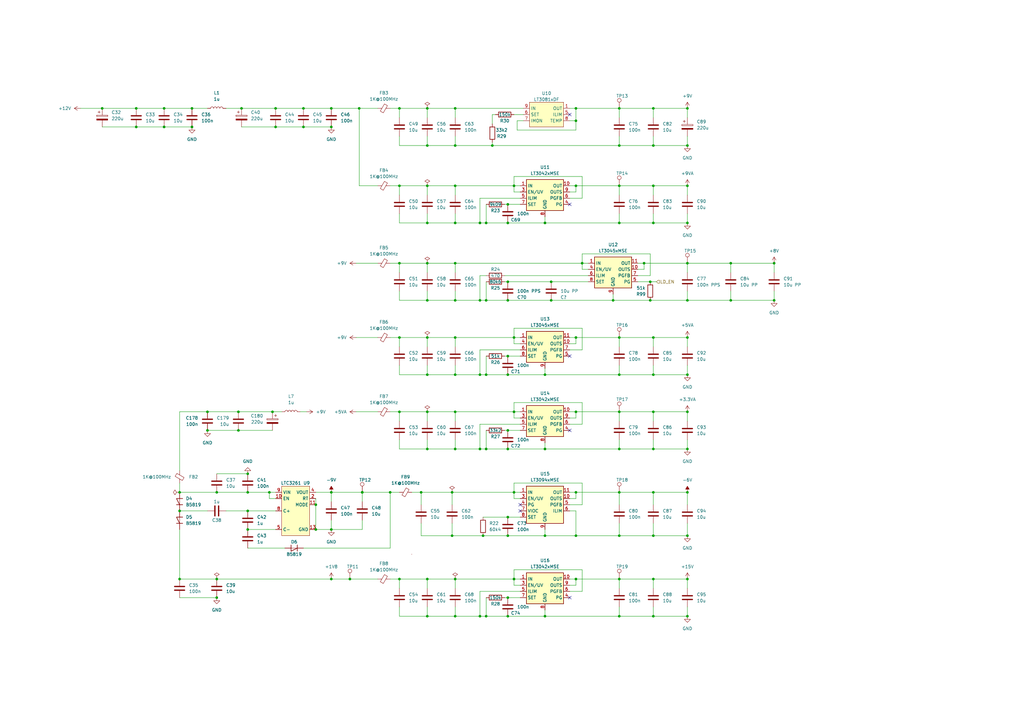
<source format=kicad_sch>
(kicad_sch (version 20211123) (generator eeschema)
  (paper "A3")
  (title_block (title "Kirdy") (date "2022-07-03") (rev "r0.1") (company "M-Labs") (comment 1 "Alex Wong Tat Hang"))
  (junction (at 175.26 237.49))
  (junction (at 223.52 184.15))
  (junction (at 236.22 76.2))
  (junction (at 238.76 107.95))
  (junction (at 210.82 201.93))
  (junction (at 78.74 44.45))
  (junction (at 210.82 76.2))
  (junction (at 236.22 168.91))
  (junction (at 185.42 219.71))
  (junction (at 101.6 217.17))
  (junction (at 254 184.15))
  (junction (at 208.28 245.11))
  (junction (at 185.42 201.93))
  (junction (at 208.28 176.53))
  (junction (at 135.89 217.17))
  (junction (at 147.32 44.45))
  (junction (at 210.82 138.43))
  (junction (at 254 91.44))
  (junction (at 143.51 237.49))
  (junction (at 135.89 237.49))
  (junction (at 266.7 115.57))
  (junction (at 148.556 201.93))
  (junction (at 236.22 49.53))
  (junction (at 208.28 252.73))
  (junction (at 196.85 184.15))
  (junction (at 266.7 123.19))
  (junction (at 88.9 237.49))
  (junction (at 199.39 252.73))
  (junction (at 186.69 138.43))
  (junction (at 208.28 184.15))
  (junction (at 78.74 52.07))
  (junction (at 254 44.45))
  (junction (at 267.97 76.2))
  (junction (at 199.39 153.67))
  (junction (at 254 237.49))
  (junction (at 111.76 168.91))
  (junction (at 163.83 76.2))
  (junction (at 317.5 107.95))
  (junction (at 99.06 44.45))
  (junction (at 67.31 52.07))
  (junction (at 175.26 59.69))
  (junction (at 267.97 201.93))
  (junction (at 113.03 52.07))
  (junction (at 175.26 153.67))
  (junction (at 175.26 91.44))
  (junction (at 41.91 44.45))
  (junction (at 281.94 138.43))
  (junction (at 267.97 138.43))
  (junction (at 175.26 107.95))
  (junction (at 85.09 168.91))
  (junction (at 196.85 91.44))
  (junction (at 199.39 123.19))
  (junction (at 267.97 252.73))
  (junction (at 281.94 237.49))
  (junction (at 186.69 252.73))
  (junction (at 208.28 123.19))
  (junction (at 254 219.71))
  (junction (at 97.79 168.91))
  (junction (at 148.59 201.93))
  (junction (at 223.52 153.67))
  (junction (at 223.52 91.44))
  (junction (at 236.22 44.45))
  (junction (at 101.6 209.55))
  (junction (at 281.94 76.2))
  (junction (at 281.94 201.93))
  (junction (at 281.94 168.91))
  (junction (at 186.69 107.95))
  (junction (at 317.5 123.19))
  (junction (at 281.94 44.45))
  (junction (at 186.69 237.49))
  (junction (at 186.69 184.15))
  (junction (at 163.83 168.91))
  (junction (at 236.22 219.71))
  (junction (at 254 168.91))
  (junction (at 281.94 252.73))
  (junction (at 251.46 123.19))
  (junction (at 186.69 76.2))
  (junction (at 226.06 123.19))
  (junction (at 198.12 219.71))
  (junction (at 281.94 184.15))
  (junction (at 267.97 44.45))
  (junction (at 135.89 201.93))
  (junction (at 186.69 91.44))
  (junction (at 267.97 168.91))
  (junction (at 175.26 168.91))
  (junction (at 281.94 219.71))
  (junction (at 160.02 201.93))
  (junction (at 186.69 59.69))
  (junction (at 208.28 83.82))
  (junction (at 135.89 52.07))
  (junction (at 236.22 201.93))
  (junction (at 113.03 44.45))
  (junction (at 254 153.67))
  (junction (at 254 138.43))
  (junction (at 210.82 168.91))
  (junction (at 281.94 91.44))
  (junction (at 254 59.69))
  (junction (at 267.97 184.15))
  (junction (at 299.72 123.19))
  (junction (at 254 76.2))
  (junction (at 101.6 201.93))
  (junction (at 163.83 138.43))
  (junction (at 186.69 123.19))
  (junction (at 175.26 252.73))
  (junction (at 135.89 44.45))
  (junction (at 196.85 123.19))
  (junction (at 208.28 91.44))
  (junction (at 172.72 201.93))
  (junction (at 208.28 153.67))
  (junction (at 73.66 209.55))
  (junction (at 201.93 59.69))
  (junction (at 267.97 237.49))
  (junction (at 208.28 212.09))
  (junction (at 196.85 252.73))
  (junction (at 124.46 52.07))
  (junction (at 175.26 184.15))
  (junction (at 163.83 107.95))
  (junction (at 186.69 153.67))
  (junction (at 88.9 201.93))
  (junction (at 226.06 115.57))
  (junction (at 254 201.93))
  (junction (at 85.09 176.53))
  (junction (at 110.49 201.93))
  (junction (at 208.28 115.57))
  (junction (at 264.16 107.95))
  (junction (at 267.97 219.71))
  (junction (at 208.28 146.05))
  (junction (at 223.52 252.73))
  (junction (at 73.66 201.93))
  (junction (at 175.26 123.19))
  (junction (at 281.94 59.69))
  (junction (at 97.79 176.53))
  (junction (at 267.97 59.69))
  (junction (at 55.88 52.07))
  (junction (at 236.22 237.49))
  (junction (at 281.94 153.67))
  (junction (at 223.52 219.71))
  (junction (at 208.28 219.71))
  (junction (at 299.72 107.95))
  (junction (at 175.26 76.2))
  (junction (at 175.26 138.43))
  (junction (at 163.83 44.45))
  (junction (at 199.39 184.15))
  (junction (at 101.6 194.31))
  (junction (at 88.9 245.11))
  (junction (at 267.97 91.44))
  (junction (at 281.94 123.19))
  (junction (at 175.26 44.45))
  (junction (at 210.82 237.49))
  (junction (at 254 252.73))
  (junction (at 73.66 237.49))
  (junction (at 163.83 237.49))
  (junction (at 186.69 168.91))
  (junction (at 129.54 207.01))
  (junction (at 67.31 44.45))
  (junction (at 267.97 153.67))
  (junction (at 124.46 44.45))
  (junction (at 55.88 44.45))
  (junction (at 186.69 44.45))
  (junction (at 281.94 107.95))
  (junction (at 129.54 217.17))
  (junction (at 236.22 138.43))
  (junction (at 199.39 91.44))
  (junction (at 196.85 153.67))
  (no_connect (at 233.68 176.53))
  (no_connect (at 233.68 245.11))
  (no_connect (at 233.68 46.99))
  (no_connect (at 213.36 209.55))
  (no_connect (at 213.36 207.01))
  (no_connect (at 233.68 83.82))
  (no_connect (at 233.68 146.05))
  (wire (pts (xy 88.9 201.93) (xy 101.6 201.93)))
  (wire (pts (xy 207.01 176.53) (xy 208.28 176.53)))
  (wire (pts (xy 267.97 214.63) (xy 267.97 219.71)))
  (wire (pts (xy 267.97 153.67) (xy 267.97 149.86)))
  (wire (pts (xy 196.85 81.28) (xy 196.85 91.44)))
  (wire (pts (xy 175.26 241.3) (xy 175.26 237.49)))
  (wire (pts (xy 160.02 237.49) (xy 163.83 237.49)))
  (wire (pts (xy 254 237.49) (xy 254 241.3)))
  (wire (pts (xy 233.68 140.97) (xy 236.22 140.97)))
  (wire (pts (xy 148.59 201.93) (xy 148.59 205.74)))
  (wire (pts (xy 281.94 252.73) (xy 281.94 248.92)))
  (wire (pts (xy 281.94 107.95) (xy 281.94 111.76)))
  (wire (pts (xy 135.89 213.36) (xy 135.89 217.17)))
  (wire (pts (xy 163.83 252.73) (xy 163.83 248.92)))
  (wire (pts (xy 208.28 176.53) (xy 213.36 176.53)))
  (wire (pts (xy 124.46 44.45) (xy 135.89 44.45)))
  (wire (pts (xy 135.89 217.17) (xy 129.54 217.17)))
  (wire (pts (xy 201.93 58.42) (xy 201.93 59.69)))
  (wire (pts (xy 196.85 91.44) (xy 199.39 91.44)))
  (wire (pts (xy 299.72 107.95) (xy 299.72 111.76)))
  (wire (pts (xy 267.97 252.73) (xy 281.94 252.73)))
  (wire (pts (xy 160.02 107.95) (xy 163.83 107.95)))
  (wire (pts (xy 186.69 172.72) (xy 186.69 168.91)))
  (wire (pts (xy 196.85 113.03) (xy 199.39 113.03)))
  (wire (pts (xy 236.22 219.71) (xy 223.52 219.71)))
  (wire (pts (xy 175.26 123.19) (xy 186.69 123.19)))
  (wire (pts (xy 175.26 252.73) (xy 175.26 248.92)))
  (wire (pts (xy 186.69 123.19) (xy 196.85 123.19)))
  (wire (pts (xy 185.42 219.71) (xy 198.12 219.71)))
  (wire (pts (xy 201.93 50.8) (xy 201.93 46.99)))
  (wire (pts (xy 267.97 153.67) (xy 281.94 153.67)))
  (wire (pts (xy 85.09 176.53) (xy 97.79 176.53)))
  (wire (pts (xy 207.01 115.57) (xy 208.28 115.57)))
  (wire (pts (xy 175.26 123.19) (xy 175.26 119.38)))
  (wire (pts (xy 210.82 76.2) (xy 213.36 76.2)))
  (wire (pts (xy 85.09 168.91) (xy 97.79 168.91)))
  (wire (pts (xy 163.83 59.69) (xy 175.26 59.69)))
  (wire (pts (xy 210.82 237.49) (xy 213.36 237.49)))
  (wire (pts (xy 254 219.71) (xy 254 214.63)))
  (wire (pts (xy 199.39 184.15) (xy 208.28 184.15)))
  (wire (pts (xy 129.54 201.93) (xy 135.89 201.93)))
  (wire (pts (xy 175.26 142.24) (xy 175.26 138.43)))
  (wire (pts (xy 199.39 252.73) (xy 208.28 252.73)))
  (wire (pts (xy 186.69 80.01) (xy 186.69 76.2)))
  (wire (pts (xy 199.39 245.11) (xy 199.39 252.73)))
  (wire (pts (xy 172.72 214.63) (xy 172.72 219.71)))
  (wire (pts (xy 92.71 209.55) (xy 101.6 209.55)))
  (wire (pts (xy 186.69 107.95) (xy 238.76 107.95)))
  (wire (pts (xy 208.28 184.15) (xy 223.52 184.15)))
  (wire (pts (xy 175.26 184.15) (xy 186.69 184.15)))
  (wire (pts (xy 208.28 91.44) (xy 223.52 91.44)))
  (wire (pts (xy 213.36 204.47) (xy 210.82 204.47)))
  (wire (pts (xy 135.89 44.45) (xy 147.32 44.45)))
  (wire (pts (xy 254 219.71) (xy 267.97 219.71)))
  (wire (pts (xy 208.28 115.57) (xy 226.06 115.57)))
  (wire (pts (xy 163.83 252.73) (xy 175.26 252.73)))
  (wire (pts (xy 185.42 201.93) (xy 210.82 201.93)))
  (wire (pts (xy 186.69 168.91) (xy 210.82 168.91)))
  (wire (pts (xy 199.39 115.57) (xy 199.39 123.19)))
  (wire (pts (xy 175.26 76.2) (xy 186.69 76.2)))
  (wire (pts (xy 186.69 91.44) (xy 186.69 87.63)))
  (wire (pts (xy 226.06 123.19) (xy 251.46 123.19)))
  (wire (pts (xy 199.39 146.05) (xy 199.39 153.67)))
  (wire (pts (xy 254 153.67) (xy 254 149.86)))
  (wire (pts (xy 238.76 134.62) (xy 210.82 134.62)))
  (wire (pts (xy 199.39 153.67) (xy 208.28 153.67)))
  (wire (pts (xy 172.72 219.71) (xy 185.42 219.71)))
  (wire (pts (xy 223.52 91.44) (xy 254 91.44)))
  (wire (pts (xy 236.22 240.03) (xy 236.22 237.49)))
  (wire (pts (xy 101.6 224.79) (xy 116.84 224.79)))
  (wire (pts (xy 198.12 219.71) (xy 208.28 219.71)))
  (wire (pts (xy 254 184.15) (xy 254 180.34)))
  (wire (pts (xy 210.82 140.97) (xy 210.82 138.43)))
  (wire (pts (xy 55.88 52.07) (xy 67.31 52.07)))
  (wire (pts (xy 196.85 81.28) (xy 213.36 81.28)))
  (wire (pts (xy 148.556 201.93) (xy 148.59 201.93)))
  (wire (pts (xy 267.97 59.69) (xy 254 59.69)))
  (wire (pts (xy 212.09 49.53) (xy 214.63 49.53)))
  (wire (pts (xy 241.3 110.49) (xy 238.76 110.49)))
  (wire (pts (xy 281.94 107.95) (xy 299.72 107.95)))
  (wire (pts (xy 267.97 91.44) (xy 267.97 87.63)))
  (wire (pts (xy 223.52 250.19) (xy 223.52 252.73)))
  (wire (pts (xy 281.94 123.19) (xy 281.94 119.38)))
  (wire (pts (xy 254 201.93) (xy 267.97 201.93)))
  (wire (pts (xy 186.69 44.45) (xy 214.63 44.45)))
  (wire (pts (xy 196.85 173.99) (xy 213.36 173.99)))
  (wire (pts (xy 175.26 184.15) (xy 175.26 180.34)))
  (wire (pts (xy 261.62 113.03) (xy 266.7 113.03)))
  (wire (pts (xy 238.76 107.95) (xy 241.3 107.95)))
  (wire (pts (xy 186.69 241.3) (xy 186.69 237.49)))
  (wire (pts (xy 254 237.49) (xy 267.97 237.49)))
  (wire (pts (xy 146.05 168.91) (xy 154.94 168.91)))
  (wire (pts (xy 236.22 237.49) (xy 254 237.49)))
  (wire (pts (xy 210.82 201.93) (xy 213.36 201.93)))
  (wire (pts (xy 236.22 44.45) (xy 236.22 49.53)))
  (wire (pts (xy 207.01 245.11) (xy 208.28 245.11)))
  (wire (pts (xy 210.82 78.74) (xy 210.82 76.2)))
  (wire (pts (xy 196.85 252.73) (xy 199.39 252.73)))
  (wire (pts (xy 186.69 153.67) (xy 196.85 153.67)))
  (wire (pts (xy 236.22 219.71) (xy 254 219.71)))
  (wire (pts (xy 210.82 138.43) (xy 213.36 138.43)))
  (wire (pts (xy 73.66 198.12) (xy 73.66 201.93)))
  (wire (pts (xy 238.76 173.99) (xy 238.76 165.1)))
  (wire (pts (xy 175.26 172.72) (xy 175.26 168.91)))
  (wire (pts (xy 113.03 52.07) (xy 124.46 52.07)))
  (wire (pts (xy 73.66 237.49) (xy 73.66 217.17)))
  (wire (pts (xy 238.76 165.1) (xy 210.82 165.1)))
  (wire (pts (xy 208.28 123.19) (xy 226.06 123.19)))
  (wire (pts (xy 113.03 44.45) (xy 124.46 44.45)))
  (wire (pts (xy 281.94 76.2) (xy 281.94 80.01)))
  (wire (pts (xy 163.83 172.72) (xy 163.83 168.91)))
  (wire (pts (xy 281.94 184.15) (xy 281.94 180.34)))
  (wire (pts (xy 201.93 46.99) (xy 203.2 46.99)))
  (wire (pts (xy 266.7 104.14) (xy 238.76 104.14)))
  (wire (pts (xy 210.82 240.03) (xy 210.82 237.49)))
  (wire (pts (xy 281.94 168.91) (xy 281.94 172.72)))
  (wire (pts (xy 163.83 107.95) (xy 175.26 107.95)))
  (wire (pts (xy 233.68 143.51) (xy 238.76 143.51)))
  (wire (pts (xy 261.62 115.57) (xy 266.7 115.57)))
  (wire (pts (xy 254 48.26) (xy 254 44.45)))
  (wire (pts (xy 196.85 113.03) (xy 196.85 123.19)))
  (wire (pts (xy 236.22 201.93) (xy 254 201.93)))
  (wire (pts (xy 73.66 237.49) (xy 88.9 237.49)))
  (wire (pts (xy 175.26 168.91) (xy 186.69 168.91)))
  (wire (pts (xy 233.68 240.03) (xy 236.22 240.03)))
  (wire (pts (xy 201.93 59.69) (xy 254 59.69)))
  (wire (pts (xy 175.26 44.45) (xy 186.69 44.45)))
  (wire (pts (xy 160.02 44.45) (xy 163.83 44.45)))
  (wire (pts (xy 124.46 52.07) (xy 135.89 52.07)))
  (wire (pts (xy 236.22 138.43) (xy 254 138.43)))
  (wire (pts (xy 110.49 201.93) (xy 113.03 201.93)))
  (wire (pts (xy 233.68 173.99) (xy 238.76 173.99)))
  (wire (pts (xy 210.82 134.62) (xy 210.82 138.43)))
  (wire (pts (xy 267.97 76.2) (xy 267.97 80.01)))
  (wire (pts (xy 267.97 138.43) (xy 281.94 138.43)))
  (wire (pts (xy 254 44.45) (xy 267.97 44.45)))
  (wire (pts (xy 254 91.44) (xy 267.97 91.44)))
  (wire (pts (xy 299.72 123.19) (xy 299.72 119.38)))
  (wire (pts (xy 266.7 113.03) (xy 266.7 104.14)))
  (wire (pts (xy 223.52 151.13) (xy 223.52 153.67)))
  (wire (pts (xy 233.68 138.43) (xy 236.22 138.43)))
  (wire (pts (xy 163.83 59.69) (xy 163.83 55.88)))
  (wire (pts (xy 233.68 81.28) (xy 238.76 81.28)))
  (wire (pts (xy 196.85 153.67) (xy 199.39 153.67)))
  (wire (pts (xy 163.83 123.19) (xy 175.26 123.19)))
  (wire (pts (xy 223.52 181.61) (xy 223.52 184.15)))
  (wire (pts (xy 113.03 204.47) (xy 110.49 204.47)))
  (wire (pts (xy 73.66 245.11) (xy 88.9 245.11)))
  (wire (pts (xy 186.69 59.69) (xy 201.93 59.69)))
  (wire (pts (xy 135.89 237.49) (xy 143.51 237.49)))
  (wire (pts (xy 186.69 153.67) (xy 186.69 149.86)))
  (wire (pts (xy 186.69 123.19) (xy 186.69 119.38)))
  (wire (pts (xy 233.68 76.2) (xy 236.22 76.2)))
  (wire (pts (xy 185.42 214.63) (xy 185.42 219.71)))
  (wire (pts (xy 208.28 252.73) (xy 223.52 252.73)))
  (wire (pts (xy 175.26 252.73) (xy 186.69 252.73)))
  (wire (pts (xy 168.91 201.93) (xy 172.72 201.93)))
  (wire (pts (xy 186.69 48.26) (xy 186.69 44.45)))
  (wire (pts (xy 135.89 201.93) (xy 148.556 201.93)))
  (wire (pts (xy 115.57 168.91) (xy 111.76 168.91)))
  (wire (pts (xy 123.19 168.91) (xy 125.73 168.91)))
  (wire (pts (xy 267.97 44.45) (xy 281.94 44.45)))
  (wire (pts (xy 199.39 176.53) (xy 199.39 184.15)))
  (wire (pts (xy 254 168.91) (xy 254 172.72)))
  (wire (pts (xy 254 201.93) (xy 254 207.01)))
  (wire (pts (xy 185.42 201.93) (xy 185.42 207.01)))
  (wire (pts (xy 135.89 201.93) (xy 135.89 205.74)))
  (wire (pts (xy 213.36 78.74) (xy 210.82 78.74)))
  (wire (pts (xy 267.97 48.26) (xy 267.97 44.45)))
  (wire (pts (xy 163.83 237.49) (xy 175.26 237.49)))
  (wire (pts (xy 196.85 143.51) (xy 213.36 143.51)))
  (wire (pts (xy 186.69 252.73) (xy 186.69 248.92)))
  (wire (pts (xy 175.26 153.67) (xy 175.26 149.86)))
  (wire (pts (xy 233.68 168.91) (xy 236.22 168.91)))
  (wire (pts (xy 212.09 49.53) (xy 212.09 53.34)))
  (wire (pts (xy 186.69 138.43) (xy 210.82 138.43)))
  (wire (pts (xy 266.7 115.57) (xy 269.24 115.57)))
  (wire (pts (xy 236.22 49.53) (xy 233.68 49.53)))
  (wire (pts (xy 281.94 123.19) (xy 299.72 123.19)))
  (wire (pts (xy 233.68 171.45) (xy 236.22 171.45)))
  (wire (pts (xy 254 91.44) (xy 254 87.63)))
  (wire (pts (xy 238.76 81.28) (xy 238.76 72.39)))
  (wire (pts (xy 213.36 240.03) (xy 210.82 240.03)))
  (wire (pts (xy 236.22 209.55) (xy 236.22 219.71)))
  (wire (pts (xy 163.83 80.01) (xy 163.83 76.2)))
  (wire (pts (xy 251.46 123.19) (xy 266.7 123.19)))
  (wire (pts (xy 254 153.67) (xy 267.97 153.67)))
  (wire (pts (xy 101.6 217.17) (xy 113.03 217.17)))
  (wire (pts (xy 163.83 241.3) (xy 163.83 237.49)))
  (wire (pts (xy 233.68 242.57) (xy 238.76 242.57)))
  (wire (pts (xy 236.22 168.91) (xy 254 168.91)))
  (wire (pts (xy 223.52 219.71) (xy 223.52 217.17)))
  (wire (pts (xy 160.02 224.79) (xy 160.02 201.93)))
  (wire (pts (xy 163.83 48.26) (xy 163.83 44.45)))
  (wire (pts (xy 236.22 53.34) (xy 236.22 49.53)))
  (wire (pts (xy 78.74 44.45) (xy 85.09 44.45)))
  (wire (pts (xy 267.97 201.93) (xy 281.94 201.93)))
  (wire (pts (xy 148.59 217.17) (xy 135.89 217.17)))
  (wire (pts (xy 92.71 44.45) (xy 99.06 44.45)))
  (wire (pts (xy 281.94 44.45) (xy 281.94 48.26)))
  (wire (pts (xy 175.26 48.26) (xy 175.26 44.45)))
  (wire (pts (xy 163.83 153.67) (xy 175.26 153.67)))
  (wire (pts (xy 175.26 153.67) (xy 186.69 153.67)))
  (wire (pts (xy 160.02 201.93) (xy 163.83 201.93)))
  (wire (pts (xy 267.97 237.49) (xy 281.94 237.49)))
  (wire (pts (xy 175.26 111.76) (xy 175.26 107.95)))
  (wire (pts (xy 110.49 204.47) (xy 110.49 201.93)))
  (wire (pts (xy 175.26 59.69) (xy 175.26 55.88)))
  (wire (pts (xy 210.82 168.91) (xy 213.36 168.91)))
  (wire (pts (xy 267.97 201.93) (xy 267.97 207.01)))
  (wire (pts (xy 198.12 212.09) (xy 208.28 212.09)))
  (wire (pts (xy 254 252.73) (xy 254 248.92)))
  (wire (pts (xy 233.68 78.74) (xy 236.22 78.74)))
  (wire (pts (xy 172.72 201.93) (xy 172.72 207.01)))
  (wire (pts (xy 238.76 110.49) (xy 238.76 107.95)))
  (wire (pts (xy 33.02 44.45) (xy 41.91 44.45)))
  (wire (pts (xy 238.76 72.39) (xy 210.82 72.39)))
  (wire (pts (xy 199.39 123.19) (xy 208.28 123.19)))
  (wire (pts (xy 254 252.73) (xy 267.97 252.73)))
  (wire (pts (xy 264.16 107.95) (xy 281.94 107.95)))
  (wire (pts (xy 236.22 140.97) (xy 236.22 138.43)))
  (wire (pts (xy 129.54 207.01) (xy 129.54 217.17)))
  (wire (pts (xy 267.97 252.73) (xy 267.97 248.92)))
  (wire (pts (xy 261.62 110.49) (xy 264.16 110.49)))
  (wire (pts (xy 41.91 44.45) (xy 55.88 44.45)))
  (wire (pts (xy 186.69 59.69) (xy 186.69 55.88)))
  (wire (pts (xy 163.83 76.2) (xy 175.26 76.2)))
  (wire (pts (xy 154.94 76.2) (xy 147.32 76.2)))
  (wire (pts (xy 254 55.88) (xy 254 59.69)))
  (wire (pts (xy 163.83 153.67) (xy 163.83 149.86)))
  (wire (pts (xy 299.72 123.19) (xy 317.5 123.19)))
  (wire (pts (xy 175.26 107.95) (xy 186.69 107.95)))
  (wire (pts (xy 196.85 242.57) (xy 196.85 252.73)))
  (wire (pts (xy 267.97 91.44) (xy 281.94 91.44)))
  (wire (pts (xy 73.66 209.55) (xy 85.09 209.55)))
  (wire (pts (xy 186.69 237.49) (xy 210.82 237.49)))
  (wire (pts (xy 101.6 201.93) (xy 110.49 201.93)))
  (wire (pts (xy 99.06 44.45) (xy 113.03 44.45)))
  (wire (pts (xy 186.69 184.15) (xy 186.69 180.34)))
  (wire (pts (xy 264.16 110.49) (xy 264.16 107.95)))
  (wire (pts (xy 73.66 168.91) (xy 73.66 193.04)))
  (wire (pts (xy 210.82 46.99) (xy 214.63 46.99)))
  (wire (pts (xy 147.32 44.45) (xy 147.32 76.2)))
  (wire (pts (xy 146.05 107.95) (xy 154.94 107.95)))
  (wire (pts (xy 175.26 91.44) (xy 186.69 91.44)))
  (wire (pts (xy 261.62 107.95) (xy 264.16 107.95)))
  (wire (pts (xy 210.82 72.39) (xy 210.82 76.2)))
  (wire (pts (xy 254 76.2) (xy 267.97 76.2)))
  (wire (pts (xy 233.68 237.49) (xy 236.22 237.49)))
  (wire (pts (xy 196.85 123.19) (xy 199.39 123.19)))
  (wire (pts (xy 238.76 198.12) (xy 210.82 198.12)))
  (wire (pts (xy 233.68 44.45) (xy 236.22 44.45)))
  (wire (pts (xy 146.05 138.43) (xy 154.94 138.43)))
  (wire (pts (xy 196.85 143.51) (xy 196.85 153.67)))
  (wire (pts (xy 281.94 91.44) (xy 281.94 87.63)))
  (wire (pts (xy 41.91 52.07) (xy 55.88 52.07)))
  (wire (pts (xy 196.85 173.99) (xy 196.85 184.15)))
  (wire (pts (xy 281.94 138.43) (xy 281.94 142.24)))
  (wire (pts (xy 281.94 153.67) (xy 281.94 149.86)))
  (wire (pts (xy 233.68 204.47) (xy 236.22 204.47)))
  (wire (pts (xy 143.51 237.49) (xy 154.94 237.49)))
  (wire (pts (xy 199.39 91.44) (xy 208.28 91.44)))
  (wire (pts (xy 238.76 207.01) (xy 238.76 198.12)))
  (wire (pts (xy 163.83 168.91) (xy 175.26 168.91)))
  (wire (pts (xy 236.22 78.74) (xy 236.22 76.2)))
  (wire (pts (xy 207.01 146.05) (xy 208.28 146.05)))
  (wire (pts (xy 196.85 184.15) (xy 199.39 184.15)))
  (wire (pts (xy 212.09 53.34) (xy 236.22 53.34)))
  (wire (pts (xy 196.85 242.57) (xy 213.36 242.57)))
  (wire (pts (xy 208.28 153.67) (xy 223.52 153.67)))
  (wire (pts (xy 210.82 171.45) (xy 210.82 168.91)))
  (wire (pts (xy 186.69 76.2) (xy 210.82 76.2)))
  (wire (pts (xy 210.82 198.12) (xy 210.82 201.93)))
  (wire (pts (xy 147.32 44.45) (xy 154.94 44.45)))
  (wire (pts (xy 213.36 140.97) (xy 210.82 140.97)))
  (wire (pts (xy 238.76 242.57) (xy 238.76 233.68)))
  (wire (pts (xy 88.9 194.31) (xy 101.6 194.31)))
  (wire (pts (xy 317.5 123.19) (xy 317.5 119.38)))
  (wire (pts (xy 267.97 168.91) (xy 267.97 172.72)))
  (wire (pts (xy 267.97 76.2) (xy 281.94 76.2)))
  (wire (pts (xy 186.69 142.24) (xy 186.69 138.43)))
  (wire (pts (xy 281.94 55.88) (xy 281.94 59.69)))
  (wire (pts (xy 67.31 52.07) (xy 78.74 52.07)))
  (wire (pts (xy 210.82 204.47) (xy 210.82 201.93)))
  (wire (pts (xy 238.76 233.68) (xy 210.82 233.68)))
  (wire (pts (xy 254 138.43) (xy 267.97 138.43)))
  (wire (pts (xy 251.46 120.65) (xy 251.46 123.19)))
  (wire (pts (xy 267.97 219.71) (xy 281.94 219.71)))
  (wire (pts (xy 208.28 245.11) (xy 213.36 245.11)))
  (wire (pts (xy 223.52 88.9) (xy 223.52 91.44)))
  (wire (pts (xy 73.66 168.91) (xy 85.09 168.91)))
  (wire (pts (xy 267.97 237.49) (xy 267.97 241.3)))
  (wire (pts (xy 254 184.15) (xy 267.97 184.15)))
  (wire (pts (xy 236.22 171.45) (xy 236.22 168.91)))
  (wire (pts (xy 210.82 233.68) (xy 210.82 237.49)))
  (wire (pts (xy 163.83 111.76) (xy 163.83 107.95)))
  (wire (pts (xy 55.88 44.45) (xy 67.31 44.45)))
  (wire (pts (xy 199.39 83.82) (xy 199.39 91.44)))
  (wire (pts (xy 160.02 168.91) (xy 163.83 168.91)))
  (wire (pts (xy 124.46 224.79) (xy 160.02 224.79)))
  (wire (pts (xy 254 138.43) (xy 254 142.24)))
  (wire (pts (xy 208.28 212.09) (xy 213.36 212.09)))
  (wire (pts (xy 210.82 165.1) (xy 210.82 168.91)))
  (wire (pts (xy 299.72 107.95) (xy 317.5 107.95)))
  (wire (pts (xy 160.02 76.2) (xy 163.83 76.2)))
  (wire (pts (xy 226.06 115.57) (xy 241.3 115.57)))
  (wire (pts (xy 163.83 123.19) (xy 163.83 119.38)))
  (wire (pts (xy 67.31 44.45) (xy 78.74 44.45)))
  (wire (pts (xy 175.26 59.69) (xy 186.69 59.69)))
  (wire (pts (xy 163.83 184.15) (xy 175.26 184.15)))
  (wire (pts (xy 208.28 146.05) (xy 213.36 146.05)))
  (wire (pts (xy 175.26 237.49) (xy 186.69 237.49)))
  (wire (pts (xy 254 168.91) (xy 267.97 168.91)))
  (wire (pts (xy 111.76 168.91) (xy 97.79 168.91)))
  (wire (pts (xy 186.69 111.76) (xy 186.69 107.95)))
  (wire (pts (xy 160.02 201.93) (xy 148.59 201.93)))
  (wire (pts (xy 172.72 201.93) (xy 185.42 201.93)))
  (wire (pts (xy 175.26 91.44) (xy 175.26 87.63)))
  (wire (pts (xy 281.94 201.93) (xy 281.94 207.01)))
  (wire (pts (xy 99.06 52.07) (xy 113.03 52.07)))
  (wire (pts (xy 101.6 209.55) (xy 113.03 209.55)))
  (wire (pts (xy 223.52 153.67) (xy 254 153.67)))
  (wire (pts (xy 238.76 143.51) (xy 238.76 134.62)))
  (wire (pts (xy 73.66 201.93) (xy 88.9 201.93)))
  (wire (pts (xy 175.26 138.43) (xy 186.69 138.43)))
  (wire (pts (xy 267.97 168.91) (xy 281.94 168.91)))
  (wire (pts (xy 233.68 207.01) (xy 238.76 207.01)))
  (wire (pts (xy 163.83 91.44) (xy 175.26 91.44)))
  (wire (pts (xy 236.22 76.2) (xy 254 76.2)))
  (wire (pts (xy 236.22 204.47) (xy 236.22 201.93)))
  (wire (pts (xy 236.22 44.45) (xy 254 44.45)))
  (wire (pts (xy 160.02 138.43) (xy 163.83 138.43)))
  (wire (pts (xy 208.28 219.71) (xy 223.52 219.71)))
  (wire (pts (xy 236.22 209.55) (xy 233.68 209.55)))
  (wire (pts (xy 111.76 176.53) (xy 97.79 176.53)))
  (wire (pts (xy 186.69 184.15) (xy 196.85 184.15)))
  (wire (pts (xy 267.97 184.15) (xy 267.97 180.34)))
  (wire (pts (xy 207.01 83.82) (xy 208.28 83.82)))
  (wire (pts (xy 267.97 138.43) (xy 267.97 142.24)))
  (wire (pts (xy 213.36 171.45) (xy 210.82 171.45)))
  (wire (pts (xy 233.68 201.93) (xy 236.22 201.93)))
  (wire (pts (xy 254 76.2) (xy 254 80.01)))
  (wire (pts (xy 266.7 123.19) (xy 281.94 123.19)))
  (wire (pts (xy 163.83 44.45) (xy 175.26 44.45)))
  (wire (pts (xy 223.52 184.15) (xy 254 184.15)))
  (wire (pts (xy 163.83 138.43) (xy 175.26 138.43)))
  (wire (pts (xy 208.28 83.82) (xy 213.36 83.82)))
  (wire (pts (xy 186.69 91.44) (xy 196.85 91.44)))
  (wire (pts (xy 163.83 91.44) (xy 163.83 87.63)))
  (wire (pts (xy 317.5 107.95) (xy 317.5 111.76)))
  (wire (pts (xy 281.94 237.49) (xy 281.94 241.3)))
  (wire (pts (xy 148.59 213.36) (xy 148.59 217.17)))
  (wire (pts (xy 267.97 55.88) (xy 267.97 59.69)))
  (wire (pts (xy 129.54 204.47) (xy 129.54 207.01)))
  (wire (pts (xy 267.97 59.69) (xy 281.94 59.69)))
  (wire (pts (xy 223.52 252.73) (xy 254 252.73)))
  (wire (pts (xy 186.69 252.73) (xy 196.85 252.73)))
  (wire (pts (xy 267.97 184.15) (xy 281.94 184.15)))
  (wire (pts (xy 238.76 104.14) (xy 238.76 107.95)))
  (wire (pts (xy 281.94 214.63) (xy 281.94 219.71)))
  (wire (pts (xy 175.26 80.01) (xy 175.26 76.2)))
  (wire (pts (xy 163.83 184.15) (xy 163.83 180.34)))
  (wire (pts (xy 88.9 237.49) (xy 135.89 237.49)))
  (wire (pts (xy 207.01 113.03) (xy 241.3 113.03)))
  (wire (pts (xy 163.83 142.24) (xy 163.83 138.43)))
  (hierarchical_label "LD_EN" (shape input) (at 269.24 115.57 0))
  (symbol (lib_id "Device:R") (at 198.12 215.9 0) (unit 1)
    (property "Reference" "R22" (at 200.66 214.6299 0) (effects (justify left)))
    (property "Value" "60k4" (at 200.66 217.1699 0) (effects (justify left)))
    (property "Footprint" "Resistor_SMD:R_0603_1608Metric" (effects hide))
    (property "MFR_PN" "RT0603FRE0760K4L" (effects hide))
    (property "MFR_PN_ALT" "RC0603FR-0760K4L" (effects hide))
  )
  (symbol (lib_id "Device:C") (at 85.09 172.72 0) (mirror y) (unit 1)
    (property "Reference" "C178" (at 81.28 171.4499 0) (effects (justify left)))
    (property "Value" "100n" (at 81.28 173.9899 0) (effects (justify left)))
    (property "Footprint" "Capacitor_SMD:C_0603_1608Metric" (effects hide))
    (property "MFR_PN" "CL10B104KB8NNWC" (effects hide))
    (property "MFR_PN_ALT" "CL10B104KB8NNNL" (effects hide))
  )
  (symbol (lib_id "Device:C") (at 254 83.82 0) (unit 1)
    (property "Reference" "C76" (at 257.81 82.5499 0) (effects (justify left)))
    (property "Value" "100n" (at 257.81 85.0899 0) (effects (justify left)))
    (property "Footprint" "Capacitor_SMD:C_0603_1608Metric" (effects hide))
    (property "MFR_PN" "CL10B104KB8NNWC" (effects hide))
    (property "MFR_PN_ALT" "CL10B104KB8NNNL" (effects hide))
  )
  (symbol (lib_id "power:+5VA") (at 281.94 138.43 0) (unit 1)
    (property "Reference" "#PWR074" (effects hide))
    (property "Value" "+5VA" (at 281.94 133.35 0))
  )
  (symbol (lib_id "Device:C") (at 101.6 213.36 0) (unit 1)
    (property "Reference" "C42" (at 105.41 212.0899 0) (effects (justify left)))
    (property "Value" "1u" (at 105.41 214.6299 0) (effects (justify left)))
    (property "Footprint" "Capacitor_SMD:C_0603_1608Metric" (effects hide))
    (property "MFR_PN" "CL10B105KA8NNNC" (effects hide))
    (property "MFR_PN_ALT" "CGA3E1X7R1E105K080AC" (effects hide))
  )
  (symbol (lib_id "power:PWR_FLAG") (at 175.26 76.2 0) (unit 1)
    (property "Reference" "#FLG0106" (effects hide))
    (property "Value" "PWR_FLAG" (effects hide))
  )
  (symbol (lib_id "Device:C") (at 148.59 209.55 0) (unit 1)
    (property "Reference" "C48" (at 152.4 208.2799 0) (effects (justify left)))
    (property "Value" "10u" (at 152.4 210.8199 0) (effects (justify left)))
    (property "Footprint" "Capacitor_SMD:C_0805_2012Metric" (effects hide))
    (property "MFR_PN" "CL21B106KOQNNNG" (effects hide))
    (property "MFR_PN_ALT" "CL21B106KOQNNNE" (effects hide))
  )
  (symbol (lib_id "Device:R") (at 203.2 83.82 90) (unit 1)
    (property "Reference" "R23" (at 203.2 86.36 90))
    (property "Value" "9k09" (at 203.2 83.82 90))
    (property "Footprint" "Resistor_SMD:R_0603_1608Metric" (effects hide))
    (property "MFR_PN" "CR0603-FX-9091ELF" (effects hide))
    (property "MFR_PN_ALT" "RK73H1JTTD9091F" (effects hide))
  )
  (symbol (lib_id "Device:R") (at 203.2 245.11 90) (unit 1)
    (property "Reference" "R28" (at 203.2 247.65 90))
    (property "Value" "150k" (at 203.2 245.11 90))
    (property "Footprint" "Resistor_SMD:R_0603_1608Metric" (effects hide))
    (property "MFR_PN" "CRGCQ0603F150K" (effects hide))
    (property "MFR_PN_ALT" "RMCF0603FG150K" (effects hide))
  )
  (symbol (lib_id "Device:C") (at 281.94 210.82 0) (unit 1)
    (property "Reference" "C94" (at 285.75 209.5499 0) (effects (justify left)))
    (property "Value" "10u" (at 285.75 212.0899 0) (effects (justify left)))
    (property "Footprint" "Capacitor_SMD:C_0805_2012Metric" (effects hide))
    (property "MFR_PN" "CL21B106KOQNNNG" (effects hide))
    (property "MFR_PN_ALT" "CL21B106KOQNNNE" (effects hide))
  )
  (symbol (lib_id "Device:C") (at 186.69 83.82 0) (unit 1)
    (property "Reference" "C64" (at 190.5 82.5499 0) (effects (justify left)))
    (property "Value" "100n" (at 190.5 85.0899 0) (effects (justify left)))
    (property "Footprint" "Capacitor_SMD:C_0603_1608Metric" (effects hide))
    (property "MFR_PN" "CL10B104KB8NNWC" (effects hide))
    (property "MFR_PN_ALT" "CL10B104KB8NNNL" (effects hide))
  )
  (symbol (lib_id "Device:C") (at 113.03 48.26 0) (unit 1)
    (property "Reference" "C44" (at 116.84 46.9899 0) (effects (justify left)))
    (property "Value" "10u" (at 116.84 49.5299 0) (effects (justify left)))
    (property "Footprint" "Capacitor_SMD:C_0805_2012Metric" (effects hide))
    (property "MFR_PN" "CL21B106KOQNNNG" (effects hide))
    (property "MFR_PN_ALT" "CL21B106KOQNNNE" (effects hide))
  )
  (symbol (lib_id "power:PWR_FLAG") (at 175.26 107.95 0) (unit 1)
    (property "Reference" "#FLG0108" (effects hide))
    (property "Value" "PWR_FLAG" (effects hide))
  )
  (symbol (lib_id "Device:R") (at 266.7 119.38 180) (unit 1)
    (property "Reference" "R99" (at 262.89 120.65 0))
    (property "Value" "51k" (at 262.89 118.11 0))
    (property "Footprint" "Resistor_SMD:R_0603_1608Metric" (effects hide))
    (property "MFR_PN" "RMCF0603FT51K0" (effects hide))
    (property "MFR_PN_ALT" "CR0603-FX-5102ELF" (effects hide))
  )
  (symbol (lib_id "Device:FerriteBead_Small") (at 73.66 195.58 180) (unit 1)
    (property "Reference" "FB2" (at 77.47 195.58 0) (effects (justify right)))
    (property "Value" "1K@100MHz" (at 58.42 195.58 0) (effects (justify right)))
    (property "Footprint" "Inductor_SMD:L_1210_3225Metric" (effects hide))
    (property "MFR_PN" "FBMH3225HM102NT" (effects hide))
    (property "MFR_PN_ALT" "FBMH3225HM102NTV" (effects hide))
  )
  (symbol (lib_id "Device:C") (at 208.28 180.34 0) (unit 1)
    (property "Reference" "C72" (at 209.55 182.88 0) (effects (justify left)))
    (property "Value" "100n" (at 212.09 180.34 0) (effects (justify left)))
    (property "Footprint" "Capacitor_SMD:C_0603_1608Metric" (effects hide))
    (property "MFR_PN" "CL10B104KB8NNWC" (effects hide))
    (property "MFR_PN_ALT" "CL10B104KB8NNNL" (effects hide))
  )
  (symbol (lib_id "Device:C") (at 186.69 115.57 0) (unit 1)
    (property "Reference" "C65" (at 190.5 114.2999 0) (effects (justify left)))
    (property "Value" "100n" (at 190.5 116.8399 0) (effects (justify left)))
    (property "Footprint" "Capacitor_SMD:C_0603_1608Metric" (effects hide))
    (property "MFR_PN" "CL10B104KB8NNWC" (effects hide))
    (property "MFR_PN_ALT" "CL10B104KB8NNNL" (effects hide))
  )
  (symbol (lib_id "Device:C") (at 175.26 176.53 0) (unit 1)
    (property "Reference" "C60" (at 179.07 175.2599 0) (effects (justify left)))
    (property "Value" "10u" (at 179.07 177.7999 0) (effects (justify left)))
    (property "Footprint" "Capacitor_SMD:C_0805_2012Metric" (effects hide))
    (property "MFR_PN" "CL21B106KOQNNNG" (effects hide))
    (property "MFR_PN_ALT" "CL21B106KOQNNNE" (effects hide))
  )
  (symbol (lib_id "Device:C") (at 254 52.07 0) (unit 1)
    (property "Reference" "C75" (at 257.81 50.7999 0) (effects (justify left)))
    (property "Value" "100n" (at 257.81 53.3399 0) (effects (justify left)))
    (property "Footprint" "Capacitor_SMD:C_0603_1608Metric" (effects hide))
    (property "MFR_PN" "CL10B104KB8NNWC" (effects hide))
    (property "MFR_PN_ALT" "CL10B104KB8NNNL" (effects hide))
  )
  (symbol (lib_id "power:GND") (at 317.5 123.19 0) (unit 1)
    (property "Reference" "#PWR073" (effects hide))
    (property "Value" "GND" (at 317.5 128.27 0))
  )
  (symbol (lib_id "Device:C") (at 267.97 210.82 0) (unit 1)
    (property "Reference" "C87" (at 271.78 209.5499 0) (effects (justify left)))
    (property "Value" "10u" (at 271.78 212.0899 0) (effects (justify left)))
    (property "Footprint" "Capacitor_SMD:C_0805_2012Metric" (effects hide))
    (property "MFR_PN" "CL21B106KOQNNNG" (effects hide))
    (property "MFR_PN_ALT" "CL21B106KOQNNNE" (effects hide))
  )
  (symbol (lib_id "Device:C") (at 175.26 245.11 0) (unit 1)
    (property "Reference" "C61" (at 179.07 243.8399 0) (effects (justify left)))
    (property "Value" "10u" (at 179.07 246.3799 0) (effects (justify left)))
    (property "Footprint" "Capacitor_SMD:C_0805_2012Metric" (effects hide))
    (property "MFR_PN" "CL21B106KOQNNNG" (effects hide))
    (property "MFR_PN_ALT" "CL21B106KOQNNNE" (effects hide))
  )
  (symbol (lib_id "Device:C") (at 186.69 245.11 0) (unit 1)
    (property "Reference" "C68" (at 190.5 243.8399 0) (effects (justify left)))
    (property "Value" "100n" (at 190.5 246.3799 0) (effects (justify left)))
    (property "Footprint" "Capacitor_SMD:C_0603_1608Metric" (effects hide))
    (property "MFR_PN" "CL10B104KB8NNWC" (effects hide))
    (property "MFR_PN_ALT" "CL10B104KB8NNNL" (effects hide))
  )
  (symbol (lib_id "Device:R") (at 203.2 146.05 90) (unit 1)
    (property "Reference" "R26" (at 203.2 148.59 90))
    (property "Value" "51k" (at 203.2 146.05 90))
    (property "Footprint" "Resistor_SMD:R_0603_1608Metric" (effects hide))
    (property "MFR_PN" "RMCF0603FT51K0" (effects hide))
    (property "MFR_PN_ALT" "CR0603-FX-5102ELF" (effects hide))
  )
  (symbol (lib_id "Device:C") (at 175.26 52.07 0) (unit 1)
    (property "Reference" "C56" (at 179.07 50.7999 0) (effects (justify left)))
    (property "Value" "10u" (at 179.07 53.3399 0) (effects (justify left)))
    (property "Footprint" "Capacitor_SMD:C_0805_2012Metric" (effects hide))
    (property "MFR_PN" "CL21B106KOQNNNG" (effects hide))
    (property "MFR_PN_ALT" "CL21B106KOQNNNE" (effects hide))
  )
  (symbol (lib_id "Device:L") (at 88.9 44.45 90) (unit 1)
    (property "Reference" "L1" (at 88.9 38.1 90))
    (property "Value" "1u" (at 88.9 40.64 90))
    (property "Footprint" "Inductor_SMD:L_1008_2520Metric" (effects hide))
    (property "MFR_PN" "DFE252012F-1R0M=P2" (effects hide))
    (property "MFR_PN_ALT" "DFE252012P-1R0M=P2" (effects hide))
  )
  (symbol (lib_id "Device:D_Shockley") (at 73.66 213.36 90) (unit 1)
    (property "Reference" "D5" (at 76.2 212.0899 90) (effects (justify right)))
    (property "Value" "B5819" (at 76.2 214.6299 90) (effects (justify right)))
    (property "Footprint" "Diode_SMD:D_SOD-323" (effects hide))
    (property "MFR_PN" "B5819WS-TP" (effects hide))
  )
  (symbol (lib_id "Device:C_Polarized") (at 281.94 52.07 0) (unit 1)
    (property "Reference" "C89" (at 285.75 49.9109 0) (effects (justify left)))
    (property "Value" "220u" (at 285.75 52.4509 0) (effects (justify left)))
    (property "Footprint" "Capacitor_Tantalum_SMD:CP_EIA-7343-15_Kemet-W" (effects hide))
    (property "MFR_PN" "T491D227K016AT" (effects hide))
    (property "MFR_PN_ALT" "293D227X9016E2TE3" (effects hide))
  )
  (symbol (lib_id "Connector:TestPoint") (at 281.94 107.95 0) (unit 1)
    (property "Reference" "TP15" (at 280.67 102.87 0) (effects (justify left)))
    (property "Value" "TestPoint" (effects hide))
    (property "Footprint" "TestPoint:TestPoint_Pad_2.0x2.0mm" (effects hide))
  )
  (symbol (lib_id "power:-9V") (at 135.89 201.93 0) (unit 1)
    (property "Reference" "#PWR063" (effects hide))
    (property "Value" "-9V" (at 135.89 196.85 0))
  )
  (symbol (lib_id "Device:FerriteBead_Small") (at 157.48 107.95 90) (unit 1)
    (property "Reference" "FB5" (at 157.4419 101.6 90))
    (property "Value" "1K@100MHz" (at 157.4419 104.14 90))
    (property "Footprint" "Inductor_SMD:L_1210_3225Metric" (effects hide))
    (property "MFR_PN" "FBMH3225HM102NT" (effects hide))
    (property "MFR_PN_ALT" "FBMH3225HM102NTV" (effects hide))
  )
  (symbol (lib_id "Device:C") (at 254 210.82 0) (unit 1)
    (property "Reference" "C80" (at 257.81 209.5499 0) (effects (justify left)))
    (property "Value" "100n" (at 257.81 212.0899 0) (effects (justify left)))
    (property "Footprint" "Capacitor_SMD:C_0603_1608Metric" (effects hide))
    (property "MFR_PN" "CL10B104KB8NNWC" (effects hide))
    (property "MFR_PN_ALT" "CL10B104KB8NNNL" (effects hide))
  )
  (symbol (lib_id "power:PWR_FLAG") (at 175.26 138.43 0) (unit 1)
    (property "Reference" "#FLG0109" (effects hide))
    (property "Value" "PWR_FLAG" (effects hide))
  )
  (symbol (lib_id "power:GND") (at 281.94 91.44 0) (unit 1)
    (property "Reference" "#PWR071" (effects hide))
    (property "Value" "GND" (at 281.94 96.52 0))
  )
  (symbol (lib_id "power:+9V") (at 281.94 44.45 0) (unit 1)
    (property "Reference" "#PWR068" (effects hide))
    (property "Value" "+9V" (at 281.94 39.37 0))
  )
  (symbol (lib_id "power:PWR_FLAG") (at 185.42 201.93 0) (unit 1)
    (property "Reference" "#FLG0102" (effects hide))
    (property "Value" "PWR_FLAG" (effects hide))
  )
  (symbol (lib_id "Device:FerriteBead_Small") (at 166.37 201.93 90) (unit 1)
    (property "Reference" "FB9" (at 166.3319 195.58 90))
    (property "Value" "1K@100MHz" (at 166.3319 198.12 90))
    (property "Footprint" "Inductor_SMD:L_1210_3225Metric" (effects hide))
    (property "MFR_PN" "FBMH3225HM102NT" (effects hide))
    (property "MFR_PN_ALT" "FBMH3225HM102NTV" (effects hide))
  )
  (symbol (lib_id "Connector:TestPoint") (at 254 168.91 0) (unit 1)
    (property "Reference" "TP17" (at 252.73 163.83 0) (effects (justify left)))
    (property "Value" "TestPoint" (effects hide))
    (property "Footprint" "TestPoint:TestPoint_Pad_2.0x2.0mm" (effects hide))
  )
  (symbol (lib_id "Device:C") (at 208.28 119.38 0) (unit 1)
    (property "Reference" "C70" (at 212.09 121.92 0) (effects (justify left)))
    (property "Value" "100n PPS" (at 212.09 119.38 0) (effects (justify left)))
    (property "Footprint" "Capacitor_SMD:C_1210_3225Metric" (effects hide))
    (property "MFR_PN" "ECH-U1C104JX5" (effects hide))
  )
  (symbol (lib_id "Device:C") (at 281.94 245.11 0) (unit 1)
    (property "Reference" "C95" (at 285.75 243.8399 0) (effects (justify left)))
    (property "Value" "10u" (at 285.75 246.3799 0) (effects (justify left)))
    (property "Footprint" "Capacitor_SMD:C_0805_2012Metric" (effects hide))
    (property "MFR_PN" "CL21B106KOQNNNG" (effects hide))
    (property "MFR_PN_ALT" "CL21B106KOQNNNE" (effects hide))
  )
  (symbol (lib_id "Device:C") (at 135.89 48.26 0) (unit 1)
    (property "Reference" "C46" (at 139.7 46.9899 0) (effects (justify left)))
    (property "Value" "100n" (at 139.7 49.5299 0) (effects (justify left)))
    (property "Footprint" "Capacitor_SMD:C_0603_1608Metric" (effects hide))
    (property "MFR_PN" "CL10B104KB8NNWC" (effects hide))
    (property "MFR_PN_ALT" "CL10B104KB8NNNL" (effects hide))
  )
  (symbol (lib_id "Connector:TestPoint") (at 254 138.43 0) (unit 1)
    (property "Reference" "TP16" (at 252.73 133.35 0) (effects (justify left)))
    (property "Value" "TestPoint" (effects hide))
    (property "Footprint" "TestPoint:TestPoint_Pad_2.0x2.0mm" (effects hide))
  )
  (symbol (lib_id "Device:C") (at 281.94 115.57 0) (unit 1)
    (property "Reference" "C77" (at 285.75 114.2999 0) (effects (justify left)))
    (property "Value" "100n PPS" (at 285.75 116.8399 0) (effects (justify left)))
    (property "Footprint" "Capacitor_SMD:C_1210_3225Metric" (effects hide))
    (property "MFR_PN" "ECH-U1C104JX5" (effects hide))
  )
  (symbol (lib_id "Device:C") (at 88.9 198.12 0) (unit 1)
    (property "Reference" "C37" (at 92.71 196.8499 0) (effects (justify left)))
    (property "Value" "10u" (at 92.71 199.3899 0) (effects (justify left)))
    (property "Footprint" "Capacitor_SMD:C_0805_2012Metric" (effects hide))
    (property "MFR_PN" "CL21B106KOQNNNG" (effects hide))
    (property "MFR_PN_ALT" "CL21B106KOQNNNE" (effects hide))
  )
  (symbol (lib_id "Regulator_Linear:LT3042xMSE") (at 223.52 78.74 0) (unit 1)
    (property "Reference" "U11" (at 223.52 68.58 0))
    (property "Value" "LT3042xMSE" (at 223.52 71.12 0))
    (property "Footprint" "Package_SO:MSOP-10-1EP_3x3mm_P0.5mm_EP1.68x1.88mm" (effects hide))
    (property "Datasheet" "https://www.analog.com/media/en/technical-documentation/data-sheets/3042fb.pdf" (effects hide))
    (property "MFR_PN" "LT3042IMSE#PBF" (effects hide))
    (property "MFR_PN_ALT" "LT3042IMSE#TRPBF" (effects hide))
  )
  (symbol (lib_id "Device:C") (at 88.9 209.55 90) (unit 1)
    (property "Reference" "C38" (at 88.9 213.36 90))
    (property "Value" "1u" (at 88.9 205.74 90))
    (property "Footprint" "Capacitor_SMD:C_0603_1608Metric" (effects hide))
    (property "MFR_PN" "CL10B105KA8NNNC" (effects hide))
    (property "MFR_PN_ALT" "CGA3E1X7R1E105K080AC" (effects hide))
  )
  (symbol (lib_id "Device:C") (at 267.97 52.07 0) (unit 1)
    (property "Reference" "C82" (at 271.78 50.7999 0) (effects (justify left)))
    (property "Value" "10u" (at 271.78 53.3399 0) (effects (justify left)))
    (property "Footprint" "Capacitor_SMD:C_0805_2012Metric" (effects hide))
    (property "MFR_PN" "CL21B106KOQNNNG" (effects hide))
    (property "MFR_PN_ALT" "CL21B106KOQNNNE" (effects hide))
  )
  (symbol (lib_id "Device:C") (at 101.6 220.98 0) (unit 1)
    (property "Reference" "C43" (at 105.41 219.7099 0) (effects (justify left)))
    (property "Value" "1u" (at 105.41 222.2499 0) (effects (justify left)))
    (property "Footprint" "Capacitor_SMD:C_0603_1608Metric" (effects hide))
    (property "MFR_PN" "CL10B105KA8NNNC" (effects hide))
    (property "MFR_PN_ALT" "CGA3E1X7R1E105K080AC" (effects hide))
  )
  (symbol (lib_id "Device:C_Polarized") (at 111.76 172.72 0) (mirror y) (unit 1)
    (property "Reference" "C180" (at 107.95 170.5609 0) (effects (justify left)))
    (property "Value" "220u" (at 107.95 173.1009 0) (effects (justify left)))
    (property "Footprint" "Capacitor_Tantalum_SMD:CP_EIA-7343-15_Kemet-W" (effects hide))
    (property "MFR_PN" "T491D227K016AT" (effects hide))
    (property "MFR_PN_ALT" "293D227X9016E2TE3" (effects hide))
  )
  (symbol (lib_id "Device:C") (at 254 245.11 0) (unit 1)
    (property "Reference" "C81" (at 257.81 243.8399 0) (effects (justify left)))
    (property "Value" "100n" (at 257.81 246.3799 0) (effects (justify left)))
    (property "Footprint" "Capacitor_SMD:C_0603_1608Metric" (effects hide))
    (property "MFR_PN" "CL10B104KB8NNWC" (effects hide))
    (property "MFR_PN_ALT" "CL10B104KB8NNNL" (effects hide))
  )
  (symbol (lib_id "Device:C") (at 88.9 241.3 0) (unit 1)
    (property "Reference" "C39" (at 92.71 240.0299 0) (effects (justify left)))
    (property "Value" "10u" (at 92.71 242.5699 0) (effects (justify left)))
    (property "Footprint" "Capacitor_SMD:C_0805_2012Metric" (effects hide))
    (property "MFR_PN" "CL21B106KOQNNNG" (effects hide))
    (property "MFR_PN_ALT" "CL21B106KOQNNNE" (effects hide))
  )
  (symbol (lib_id "Device:C") (at 67.31 48.26 0) (unit 1)
    (property "Reference" "C34" (at 71.12 46.9899 0) (effects (justify left)))
    (property "Value" "10u" (at 71.12 49.5299 0) (effects (justify left)))
    (property "Footprint" "Capacitor_SMD:C_0805_2012Metric" (effects hide))
    (property "MFR_PN" "CL21B106KOQNNNG" (effects hide))
    (property "MFR_PN_ALT" "CL21B106KOQNNNE" (effects hide))
  )
  (symbol (lib_id "Device:C") (at 208.28 149.86 0) (unit 1)
    (property "Reference" "C71" (at 209.55 152.4 0) (effects (justify left)))
    (property "Value" "100n" (at 212.09 149.86 0) (effects (justify left)))
    (property "Footprint" "Capacitor_SMD:C_0603_1608Metric" (effects hide))
    (property "MFR_PN" "CL10B104KB8NNWC" (effects hide))
    (property "MFR_PN_ALT" "CL10B104KB8NNNL" (effects hide))
  )
  (symbol (lib_id "Device:C") (at 281.94 176.53 0) (unit 1)
    (property "Reference" "C93" (at 285.75 175.2599 0) (effects (justify left)))
    (property "Value" "10u" (at 285.75 177.7999 0) (effects (justify left)))
    (property "Footprint" "Capacitor_SMD:C_0805_2012Metric" (effects hide))
    (property "MFR_PN" "CL21B106KOQNNNG" (effects hide))
    (property "MFR_PN_ALT" "CL21B106KOQNNNE" (effects hide))
  )
  (symbol (lib_id "Device:C") (at 172.72 210.82 0) (unit 1)
    (property "Reference" "C55" (at 176.53 209.5499 0) (effects (justify left)))
    (property "Value" "10u" (at 176.53 212.0899 0) (effects (justify left)))
    (property "Footprint" "Capacitor_SMD:C_0805_2012Metric" (effects hide))
    (property "MFR_PN" "CL21B106KOQNNNG" (effects hide))
    (property "MFR_PN_ALT" "CL21B106KOQNNNE" (effects hide))
  )
  (symbol (lib_id "Device:FerriteBead_Small") (at 157.48 168.91 90) (unit 1)
    (property "Reference" "FB7" (at 157.4419 162.56 90))
    (property "Value" "1K@100MHz" (at 157.4419 165.1 90))
    (property "Footprint" "Inductor_SMD:L_1210_3225Metric" (effects hide))
    (property "MFR_PN" "FBMH3225HM102NT" (effects hide))
    (property "MFR_PN_ALT" "FBMH3225HM102NTV" (effects hide))
  )
  (symbol (lib_id "Device:C_Polarized") (at 99.06 48.26 0) (unit 1)
    (property "Reference" "C40" (at 102.87 46.1009 0) (effects (justify left)))
    (property "Value" "220u" (at 102.87 48.6409 0) (effects (justify left)))
    (property "Footprint" "Capacitor_Tantalum_SMD:CP_EIA-7343-15_Kemet-W" (effects hide))
    (property "MFR_PN" "T491D227K016AT" (effects hide))
    (property "MFR_PN_ALT" "293D227X9016E2TE3" (effects hide))
  )
  (symbol (lib_id "Device:C") (at 267.97 176.53 0) (unit 1)
    (property "Reference" "C86" (at 271.78 175.2599 0) (effects (justify left)))
    (property "Value" "10u" (at 271.78 177.7999 0) (effects (justify left)))
    (property "Footprint" "Capacitor_SMD:C_0805_2012Metric" (effects hide))
    (property "MFR_PN" "CL21B106KOQNNNG" (effects hide))
    (property "MFR_PN_ALT" "CL21B106KOQNNNE" (effects hide))
  )
  (symbol (lib_id "Device:C") (at 97.79 172.72 0) (mirror y) (unit 1)
    (property "Reference" "C179" (at 93.98 171.4499 0) (effects (justify left)))
    (property "Value" "10u" (at 93.98 173.9899 0) (effects (justify left)))
    (property "Footprint" "Capacitor_SMD:C_0805_2012Metric" (effects hide))
    (property "MFR_PN" "CL21B106KOQNNNG" (effects hide))
    (property "MFR_PN_ALT" "CL21B106KOQNNNE" (effects hide))
  )
  (symbol (lib_id "Device:C") (at 281.94 83.82 0) (unit 1)
    (property "Reference" "C90" (at 285.75 82.5499 0) (effects (justify left)))
    (property "Value" "10u" (at 285.75 85.0899 0) (effects (justify left)))
    (property "Footprint" "Capacitor_SMD:C_0805_2012Metric" (effects hide))
    (property "MFR_PN" "CL21B106KOQNNNG" (effects hide))
    (property "MFR_PN_ALT" "CL21B106KOQNNNE" (effects hide))
  )
  (symbol (lib_id "Device:FerriteBead_Small") (at 157.48 138.43 90) (unit 1)
    (property "Reference" "FB6" (at 157.4419 132.08 90))
    (property "Value" "1K@100MHz" (at 157.4419 134.62 90))
    (property "Footprint" "Inductor_SMD:L_1210_3225Metric" (effects hide))
    (property "MFR_PN" "FBMH3225HM102NT" (effects hide))
    (property "MFR_PN_ALT" "FBMH3225HM102NTV" (effects hide))
  )
  (symbol (lib_id "kirdy:+18V") (at 135.89 237.49 0) (unit 1)
    (property "Reference" "#PWR064" (effects hide))
    (property "Value" "+18V" (at 135.89 232.41 0))
  )
  (symbol (lib_id "power:+9VA") (at 281.94 76.2 0) (unit 1)
    (property "Reference" "#PWR070" (effects hide))
    (property "Value" "+9VA" (at 281.94 71.12 0))
  )
  (symbol (lib_id "Device:C") (at 163.83 176.53 0) (unit 1)
    (property "Reference" "C53" (at 167.64 175.2599 0) (effects (justify left)))
    (property "Value" "10u" (at 167.64 177.7999 0) (effects (justify left)))
    (property "Footprint" "Capacitor_SMD:C_0805_2012Metric" (effects hide))
    (property "MFR_PN" "CL21B106KOQNNNG" (effects hide))
    (property "MFR_PN_ALT" "CL21B106KOQNNNE" (effects hide))
  )
  (symbol (lib_id "Device:L") (at 119.38 168.91 270) (mirror x) (unit 1)
    (property "Reference" "L7" (at 119.38 162.56 90))
    (property "Value" "1u" (at 119.38 165.1 90))
    (property "Footprint" "Inductor_SMD:L_1008_2520Metric" (effects hide))
    (property "MFR_PN" "DFE252012F-1R0M=P2" (effects hide))
    (property "MFR_PN_ALT" "DFE252012P-1R0M=P2" (effects hide))
  )
  (symbol (lib_id "Device:C") (at 254 176.53 0) (unit 1)
    (property "Reference" "C79" (at 257.81 175.2599 0) (effects (justify left)))
    (property "Value" "100n" (at 257.81 177.7999 0) (effects (justify left)))
    (property "Footprint" "Capacitor_SMD:C_0603_1608Metric" (effects hide))
    (property "MFR_PN" "CL10B104KB8NNWC" (effects hide))
    (property "MFR_PN_ALT" "CL10B104KB8NNNL" (effects hide))
  )
  (symbol (lib_id "power:GND") (at 281.94 219.71 0) (unit 1)
    (property "Reference" "#PWR079" (effects hide))
    (property "Value" "GND" (at 281.94 224.79 0))
  )
  (symbol (lib_id "Device:C") (at 208.28 87.63 0) (unit 1)
    (property "Reference" "C69" (at 209.55 90.17 0) (effects (justify left)))
    (property "Value" "100n" (at 212.09 87.63 0) (effects (justify left)))
    (property "Footprint" "Capacitor_SMD:C_0603_1608Metric" (effects hide))
    (property "MFR_PN" "CL10B104KB8NNWC" (effects hide))
    (property "MFR_PN_ALT" "CL10B104KB8NNNL" (effects hide))
  )
  (symbol (lib_id "Device:C") (at 267.97 83.82 0) (unit 1)
    (property "Reference" "C83" (at 271.78 82.5499 0) (effects (justify left)))
    (property "Value" "10u" (at 271.78 85.0899 0) (effects (justify left)))
    (property "Footprint" "Capacitor_SMD:C_0805_2012Metric" (effects hide))
    (property "MFR_PN" "CL21B106KOQNNNG" (effects hide))
    (property "MFR_PN_ALT" "CL21B106KOQNNNE" (effects hide))
  )
  (symbol (lib_id "Device:R") (at 207.01 46.99 90) (unit 1)
    (property "Reference" "R30" (at 207.01 49.53 90))
    (property "Value" "150k" (at 207.01 46.99 90))
    (property "Footprint" "Resistor_SMD:R_0603_1608Metric" (effects hide))
    (property "MFR_PN" "CRGCQ0603F150K" (effects hide))
    (property "MFR_PN_ALT" "RMCF0603FG150K" (effects hide))
  )
  (symbol (lib_id "power:PWR_FLAG") (at 186.69 237.49 0) (unit 1)
    (property "Reference" "#FLG0101" (effects hide))
    (property "Value" "PWR_FLAG" (effects hide))
  )
  (symbol (lib_id "Device:R") (at 203.2 113.03 90) (unit 1)
    (property "Reference" "R24" (at 203.2 110.49 90))
    (property "Value" "470" (at 203.2 113.03 90))
    (property "Footprint" "Resistor_SMD:R_0603_1608Metric" (effects hide))
    (property "MFR_PN" "WR06X4700FTL" (effects hide))
    (property "MFR_PN_ALT" "RC0603FR-07470RL" (effects hide))
  )
  (symbol (lib_id "power:GND") (at 281.94 252.73 0) (unit 1)
    (property "Reference" "#PWR081" (effects hide))
    (property "Value" "GND" (at 281.94 257.81 0))
  )
  (symbol (lib_id "Device:C") (at 163.83 146.05 0) (unit 1)
    (property "Reference" "C52" (at 167.64 144.7799 0) (effects (justify left)))
    (property "Value" "10u" (at 167.64 147.3199 0) (effects (justify left)))
    (property "Footprint" "Capacitor_SMD:C_0805_2012Metric" (effects hide))
    (property "MFR_PN" "CL21B106KOQNNNG" (effects hide))
    (property "MFR_PN_ALT" "CL21B106KOQNNNE" (effects hide))
  )
  (symbol (lib_id "power:PWR_FLAG") (at 88.9 237.49 0) (unit 1)
    (property "Reference" "#FLG0104" (effects hide))
    (property "Value" "PWR_FLAG" (effects hide))
  )
  (symbol (lib_id "Device:C") (at 175.26 146.05 0) (unit 1)
    (property "Reference" "C59" (at 179.07 144.7799 0) (effects (justify left)))
    (property "Value" "10u" (at 179.07 147.3199 0) (effects (justify left)))
    (property "Footprint" "Capacitor_SMD:C_0805_2012Metric" (effects hide))
    (property "MFR_PN" "CL21B106KOQNNNG" (effects hide))
    (property "MFR_PN_ALT" "CL21B106KOQNNNE" (effects hide))
  )
  (symbol (lib_id "power:GND") (at 281.94 184.15 0) (unit 1)
    (property "Reference" "#PWR077" (effects hide))
    (property "Value" "GND" (at 281.94 189.23 0))
  )
  (symbol (lib_id "Device:C") (at 186.69 146.05 0) (unit 1)
    (property "Reference" "C66" (at 190.5 144.7799 0) (effects (justify left)))
    (property "Value" "100n" (at 190.5 147.3199 0) (effects (justify left)))
    (property "Footprint" "Capacitor_SMD:C_0603_1608Metric" (effects hide))
    (property "MFR_PN" "CL10B104KB8NNWC" (effects hide))
    (property "MFR_PN_ALT" "CL10B104KB8NNNL" (effects hide))
  )
  (symbol (lib_id "Device:C") (at 299.72 115.57 0) (unit 1)
    (property "Reference" "C84" (at 303.53 114.2999 0) (effects (justify left)))
    (property "Value" "10u PP" (at 303.53 116.8399 0) (effects (justify left)))
    (property "Footprint" "Capacitor_SMD:C_1812_4532Metric" (effects hide))
    (property "MFR_PN" "16MU106MC44532" (effects hide))
  )
  (symbol (lib_id "Device:C") (at 186.69 176.53 0) (unit 1)
    (property "Reference" "C67" (at 190.5 175.2599 0) (effects (justify left)))
    (property "Value" "100n" (at 190.5 177.7999 0) (effects (justify left)))
    (property "Footprint" "Capacitor_SMD:C_0603_1608Metric" (effects hide))
    (property "MFR_PN" "CL10B104KB8NNWC" (effects hide))
    (property "MFR_PN_ALT" "CL10B104KB8NNNL" (effects hide))
  )
  (symbol (lib_id "power:+9V") (at 125.73 168.91 270) (unit 1)
    (property "Reference" "#PWR058" (effects hide))
    (property "Value" "+9V" (at 129.54 168.9099 90) (effects (justify left)))
  )
  (symbol (lib_id "Device:FerriteBead_Small") (at 157.48 237.49 90) (unit 1)
    (property "Reference" "FB8" (at 157.4419 231.14 90))
    (property "Value" "1K@100MHz" (at 157.4419 233.68 90))
    (property "Footprint" "Inductor_SMD:L_1210_3225Metric" (effects hide))
    (property "MFR_PN" "FBMH3225HM102NT" (effects hide))
    (property "MFR_PN_ALT" "FBMH3225HM102NTV" (effects hide))
  )
  (symbol (lib_id "power:+5VA") (at 146.05 168.91 90) (unit 1)
    (property "Reference" "#PWR067" (effects hide))
    (property "Value" "+5VA" (at 142.24 168.9099 90) (effects (justify left)))
  )
  (symbol (lib_id "power:PWR_FLAG") (at 175.26 168.91 0) (unit 1)
    (property "Reference" "#FLG0103" (effects hide))
    (property "Value" "PWR_FLAG" (effects hide))
  )
  (symbol (lib_id "Connector:TestPoint") (at 254 201.93 0) (unit 1)
    (property "Reference" "TP18" (at 252.73 196.85 0) (effects (justify left)))
    (property "Value" "TestPoint" (effects hide))
    (property "Footprint" "TestPoint:TestPoint_Pad_2.0x2.0mm" (effects hide))
  )
  (symbol (lib_id "Connector:TestPoint") (at 254 237.49 0) (unit 1)
    (property "Reference" "TP19" (at 252.73 232.41 0) (effects (justify left)))
    (property "Value" "TestPoint" (effects hide))
    (property "Footprint" "TestPoint:TestPoint_Pad_2.0x2.0mm" (effects hide))
  )
  (symbol (lib_id "power:PWR_FLAG") (at 73.66 201.93 90) (unit 1)
    (property "Reference" "#FLG0105" (effects hide))
    (property "Value" "PWR_FLAG" (effects hide))
  )
  (symbol (lib_id "kirdy:LTC3261") (at 120.65 208.28 0) (unit 1)
    (property "Reference" "U9" (at 125.73 198.12 0))
    (property "Value" "LTC3261" (at 119.38 198.12 0))
    (property "Footprint" "Package_SO:MSOP-12-1EP_3x4mm_P0.65mm_EP1.65x2.85mm" (effects hide))
    (property "Datasheet" "https://www.analog.com/media/en/technical-documentation/data-sheets/3261fb.pdf" (effects hide))
    (property "MFR_PN" "LTC3261IMSE#TRPBF" (effects hide))
    (property "MFR_PN_ALT" "LTC3261EMSE#TRPBF" (effects hide))
  )
  (symbol (lib_id "Device:R") (at 203.2 115.57 90) (unit 1)
    (property "Reference" "R25" (at 203.2 118.11 90))
    (property "Value" "80k6" (at 203.2 115.57 90))
    (property "Footprint" "Resistor_SMD:R_0603_1608Metric" (effects hide))
    (property "MFR_PN" "RC0603FR-0780K6L" (effects hide))
    (property "MFR_PN_ALT" "RK73H1JTTD8062F" (effects hide))
  )
  (symbol (lib_id "power:PWR_FLAG") (at 175.26 44.45 0) (unit 1)
    (property "Reference" "#FLG0107" (effects hide))
    (property "Value" "PWR_FLAG" (effects hide))
  )
  (symbol (lib_id "Device:C") (at 124.46 48.26 0) (unit 1)
    (property "Reference" "C45" (at 128.27 46.9899 0) (effects (justify left)))
    (property "Value" "10u" (at 128.27 49.5299 0) (effects (justify left)))
    (property "Footprint" "Capacitor_SMD:C_0805_2012Metric" (effects hide))
    (property "MFR_PN" "CL21B106KOQNNNG" (effects hide))
    (property "MFR_PN_ALT" "CL21B106KOQNNNE" (effects hide))
  )
  (symbol (lib_id "Device:C") (at 208.28 248.92 0) (unit 1)
    (property "Reference" "C74" (at 209.55 251.46 0) (effects (justify left)))
    (property "Value" "100n" (at 212.09 248.92 0) (effects (justify left)))
    (property "Footprint" "Capacitor_SMD:C_0603_1608Metric" (effects hide))
    (property "MFR_PN" "CL10B104KB8NNWC" (effects hide))
    (property "MFR_PN_ALT" "CL10B104KB8NNNL" (effects hide))
  )
  (symbol (lib_id "Device:FerriteBead_Small") (at 157.48 44.45 90) (unit 1)
    (property "Reference" "FB3" (at 157.4419 38.1 90))
    (property "Value" "1K@100MHz" (at 157.4419 40.64 90))
    (property "Footprint" "Inductor_SMD:L_1210_3225Metric" (effects hide))
    (property "MFR_PN" "FBMH3225HM102NT" (effects hide))
    (property "MFR_PN_ALT" "FBMH3225HM102NTV" (effects hide))
  )
  (symbol (lib_id "Device:C") (at 163.83 52.07 0) (unit 1)
    (property "Reference" "C49" (at 167.64 50.7999 0) (effects (justify left)))
    (property "Value" "10u" (at 167.64 53.3399 0) (effects (justify left)))
    (property "Footprint" "Capacitor_SMD:C_0805_2012Metric" (effects hide))
    (property "MFR_PN" "CL21B106KOQNNNG" (effects hide))
    (property "MFR_PN_ALT" "CL21B106KOQNNNE" (effects hide))
  )
  (symbol (lib_id "power:+15V") (at 281.94 237.49 0) (unit 1)
    (property "Reference" "#PWR080" (effects hide))
    (property "Value" "+15V" (at 281.94 232.41 0))
  )
  (symbol (lib_id "power:GND") (at 281.94 59.69 0) (unit 1)
    (property "Reference" "#PWR069" (effects hide))
    (property "Value" "GND" (at 281.94 64.77 0))
  )
  (symbol (lib_id "Device:C") (at 185.42 210.82 0) (unit 1)
    (property "Reference" "C62" (at 189.23 209.5499 0) (effects (justify left)))
    (property "Value" "100n" (at 189.23 212.0899 0) (effects (justify left)))
    (property "Footprint" "Capacitor_SMD:C_0603_1608Metric" (effects hide))
    (property "MFR_PN" "CL10B104KB8NNWC" (effects hide))
    (property "MFR_PN_ALT" "CL10B104KB8NNNL" (effects hide))
  )
  (symbol (lib_id "Regulator_Linear:LT3042xMSE") (at 223.52 171.45 0) (unit 1)
    (property "Reference" "U14" (at 223.52 161.29 0))
    (property "Value" "LT3042xMSE" (at 223.52 163.83 0))
    (property "Footprint" "Package_SO:MSOP-10-1EP_3x3mm_P0.5mm_EP1.68x1.88mm" (effects hide))
    (property "Datasheet" "https://www.analog.com/media/en/technical-documentation/data-sheets/3042fb.pdf" (effects hide))
    (property "MFR_PN" "LT3042IMSE#PBF" (effects hide))
    (property "MFR_PN_ALT" "LT3042IMSE#TRPBF" (effects hide))
  )
  (symbol (lib_id "Regulator_Linear:LT3045xMSE") (at 251.46 110.49 0) (unit 1)
    (property "Reference" "U12" (at 251.46 100.33 0))
    (property "Value" "LT3045xMSE" (at 251.46 102.87 0))
    (property "Footprint" "Package_SO:MSOP-12-1EP_3x4mm_P0.65mm_EP1.65x2.85mm" (effects hide))
    (property "Datasheet" "https://www.analog.com/media/en/technical-documentation/data-sheets/3045fa.pdf" (effects hide))
    (property "MFR_PN" "LT3045EMSE-1#PBF" (effects hide))
    (property "MFR_PN_ALT" "LT3045IMSE-1#PBF" (effects hide))
  )
  (symbol (lib_id "Device:C") (at 175.26 83.82 0) (unit 1)
    (property "Reference" "C57" (at 179.07 82.5499 0) (effects (justify left)))
    (property "Value" "10u" (at 179.07 85.0899 0) (effects (justify left)))
    (property "Footprint" "Capacitor_SMD:C_0805_2012Metric" (effects hide))
    (property "MFR_PN" "CL21B106KOQNNNG" (effects hide))
    (property "MFR_PN_ALT" "CL21B106KOQNNNE" (effects hide))
  )
  (symbol (lib_id "Device:R") (at 201.93 54.61 180) (unit 1)
    (property "Reference" "R29" (at 205.74 55.88 0))
    (property "Value" "33k2" (at 205.74 53.34 0))
    (property "Footprint" "Resistor_SMD:R_0603_1608Metric" (effects hide))
    (property "MFR_PN" "CR0603-FX-3322ELF" (effects hide))
    (property "MFR_PN_ALT" "RC0603FR-0733K2L" (effects hide))
  )
  (symbol (lib_id "Regulator_Linear:LT3042xMSE") (at 223.52 240.03 0) (unit 1)
    (property "Reference" "U16" (at 223.52 229.87 0))
    (property "Value" "LT3042xMSE" (at 223.52 232.41 0))
    (property "Footprint" "Package_SO:MSOP-10-1EP_3x3mm_P0.5mm_EP1.68x1.88mm" (effects hide))
    (property "Datasheet" "https://www.analog.com/media/en/technical-documentation/data-sheets/3042fb.pdf" (effects hide))
    (property "MFR_PN" "LT3042IMSE#PBF" (effects hide))
    (property "MFR_PN_ALT" "LT3042IMSE#TRPBF" (effects hide))
  )
  (symbol (lib_id "Device:FerriteBead_Small") (at 157.48 76.2 90) (unit 1)
    (property "Reference" "FB4" (at 157.4419 69.85 90))
    (property "Value" "1K@100MHz" (at 157.4419 72.39 90))
    (property "Footprint" "Inductor_SMD:L_1210_3225Metric" (effects hide))
    (property "MFR_PN" "FBMH3225HM102NT" (effects hide))
    (property "MFR_PN_ALT" "FBMH3225HM102NTV" (effects hide))
  )
  (symbol (lib_id "power:GND") (at 135.89 217.17 0) (unit 1)
    (property "Reference" "#PWR0160" (effects hide))
    (property "Value" "GND" (at 135.89 222.25 0))
  )
  (symbol (lib_id "Device:C") (at 55.88 48.26 0) (unit 1)
    (property "Reference" "C33" (at 59.69 46.9899 0) (effects (justify left)))
    (property "Value" "10u" (at 59.69 49.5299 0) (effects (justify left)))
    (property "Footprint" "Capacitor_SMD:C_0805_2012Metric" (effects hide))
    (property "MFR_PN" "CL21B106KOQNNNG" (effects hide))
    (property "MFR_PN_ALT" "CL21B106KOQNNNE" (effects hide))
  )
  (symbol (lib_id "Device:C") (at 226.06 119.38 0) (unit 1)
    (property "Reference" "C?" (at 229.87 121.92 0) (effects (justify left)))
    (property "Value" "10u PP" (at 229.87 119.38 0) (effects (justify left)))
    (property "Footprint" "Capacitor_SMD:C_1812_4532Metric" (effects hide))
    (property "MFR_PN" "16MU106MC44532" (effects hide))
  )
  (symbol (lib_id "kirdy:LT3081xDF") (at 223.52 46.99 0) (unit 1)
    (property "Reference" "U10" (at 224.155 38.261 0))
    (property "Value" "LT3081xDF" (at 224.155 40.7979 0))
    (property "Footprint" "Package_DFN_QFN:DFN-12-1EP_4x4mm_P0.5mm_EP2.66x3.38mm" (effects hide))
    (property "MFR_PN" "LT3081EDF" (effects hide))
  )
  (symbol (lib_id "Device:R") (at 203.2 176.53 90) (unit 1)
    (property "Reference" "R27" (at 203.2 179.07 90))
    (property "Value" "33k2" (at 203.2 176.53 90))
    (property "Footprint" "Resistor_SMD:R_0603_1608Metric" (effects hide))
    (property "MFR_PN" "CR0603-FX-3322ELF" (effects hide))
    (property "MFR_PN_ALT" "RC0603FR-0733K2L" (effects hide))
  )
  (symbol (lib_id "power:GND") (at 85.09 176.53 0) (mirror y) (unit 1)
    (property "Reference" "#PWR0164" (effects hide))
    (property "Value" "GND" (at 85.09 181.61 0))
  )
  (symbol (lib_id "power:GND") (at 101.6 194.31 180) (unit 1)
    (property "Reference" "#PWR061" (effects hide))
    (property "Value" "GND" (at 101.6 189.23 0))
  )
  (symbol (lib_id "Device:C") (at 163.83 83.82 0) (unit 1)
    (property "Reference" "C50" (at 167.64 82.5499 0) (effects (justify left)))
    (property "Value" "10u" (at 167.64 85.0899 0) (effects (justify left)))
    (property "Footprint" "Capacitor_SMD:C_0805_2012Metric" (effects hide))
    (property "MFR_PN" "CL21B106KOQNNNG" (effects hide))
    (property "MFR_PN_ALT" "CL21B106KOQNNNE" (effects hide))
  )
  (symbol (lib_id "Device:C") (at 73.66 241.3 0) (unit 1)
    (property "Reference" "C35" (at 77.47 240.0299 0) (effects (justify left)))
    (property "Value" "100n" (at 77.47 242.5699 0) (effects (justify left)))
    (property "Footprint" "Capacitor_SMD:C_0603_1608Metric" (effects hide))
    (property "MFR_PN" "CL10B104KB8NNWC" (effects hide))
    (property "MFR_PN_ALT" "CL10B104KB8NNNL" (effects hide))
  )
  (symbol (lib_id "Device:C") (at 101.6 198.12 0) (unit 1)
    (property "Reference" "C41" (at 105.41 196.8499 0) (effects (justify left)))
    (property "Value" "100n" (at 105.41 199.3899 0) (effects (justify left)))
    (property "Footprint" "Capacitor_SMD:C_0603_1608Metric" (effects hide))
    (property "MFR_PN" "CL10B104KB8NNWC" (effects hide))
    (property "MFR_PN_ALT" "CL10B104KB8NNNL" (effects hide))
  )
  (symbol (lib_id "Regulator_Linear:LT3094xMSE") (at 223.52 207.01 0) (unit 1)
    (property "Reference" "U15" (at 223.52 194.31 0))
    (property "Value" "LT3094xMSE" (at 223.52 196.85 0))
    (property "Footprint" "Package_SO:MSOP-12-1EP_3x4mm_P0.65mm_EP1.65x2.85mm" (effects hide))
    (property "Datasheet" "https://www.analog.com/media/en/technical-documentation/data-sheets/LT3094.pdf" (effects hide))
    (property "MFR_PN" "LT3094IMSE#PBF" (effects hide))
    (property "MFR_PN_ALT" "LT3094EMSE#PBF" (effects hide))
  )
  (symbol (lib_id "power:+9V") (at 146.05 107.95 90) (unit 1)
    (property "Reference" "#PWR065" (effects hide))
    (property "Value" "+9V" (at 142.24 107.9499 90) (effects (justify left)))
  )
  (symbol (lib_id "power:GND") (at 78.74 52.07 0) (unit 1)
    (property "Reference" "#PWR059" (effects hide))
    (property "Value" "GND" (at 78.74 57.15 0))
  )
  (symbol (lib_id "Connector:TestPoint") (at 148.556 201.93 0) (unit 1)
    (property "Reference" "TP12" (at 147.286 196.85 0) (effects (justify left)))
    (property "Value" "TestPoint" (effects hide))
    (property "Footprint" "TestPoint:TestPoint_Pad_2.0x2.0mm" (effects hide))
  )
  (symbol (lib_id "Device:C") (at 267.97 245.11 0) (unit 1)
    (property "Reference" "C88" (at 271.78 243.8399 0) (effects (justify left)))
    (property "Value" "10u" (at 271.78 246.3799 0) (effects (justify left)))
    (property "Footprint" "Capacitor_SMD:C_0805_2012Metric" (effects hide))
    (property "MFR_PN" "CL21B106KOQNNNG" (effects hide))
    (property "MFR_PN_ALT" "CL21B106KOQNNNE" (effects hide))
  )
  (symbol (lib_id "power:GND") (at 135.89 52.07 0) (unit 1)
    (property "Reference" "#PWR062" (effects hide))
    (property "Value" "GND" (at 135.89 57.15 0))
  )
  (symbol (lib_id "Connector:TestPoint") (at 254 44.45 0) (unit 1)
    (property "Reference" "TP13" (at 252.73 39.37 0) (effects (justify left)))
    (property "Value" "TestPoint" (effects hide))
    (property "Footprint" "TestPoint:TestPoint_Pad_2.0x2.0mm" (effects hide))
  )
  (symbol (lib_id "Device:D_Shockley") (at 120.65 224.79 180) (unit 1)
    (property "Reference" "D6" (at 120.65 222.25 0))
    (property "Value" "B5819" (at 120.65 227.33 0))
    (property "Footprint" "Diode_SMD:D_SOD-323" (effects hide))
    (property "MFR_PN" "B5819WS-TP" (effects hide))
  )
  (symbol (lib_id "Connector:TestPoint") (at 254 76.2 0) (unit 1)
    (property "Reference" "TP14" (at 252.73 71.12 0) (effects (justify left)))
    (property "Value" "TestPoint" (effects hide))
    (property "Footprint" "TestPoint:TestPoint_Pad_2.0x2.0mm" (effects hide))
  )
  (symbol (lib_id "Device:C") (at 135.89 209.55 0) (unit 1)
    (property "Reference" "C47" (at 139.7 208.2799 0) (effects (justify left)))
    (property "Value" "100n" (at 139.7 210.8199 0) (effects (justify left)))
    (property "Footprint" "Capacitor_SMD:C_0603_1608Metric" (effects hide))
    (property "MFR_PN" "CL10B104KB8NNWC" (effects hide))
    (property "MFR_PN_ALT" "CL10B104KB8NNNL" (effects hide))
  )
  (symbol (lib_id "Device:C") (at 163.83 115.57 0) (unit 1)
    (property "Reference" "C51" (at 167.64 114.2999 0) (effects (justify left)))
    (property "Value" "10u" (at 167.64 116.8399 0) (effects (justify left)))
    (property "Footprint" "Capacitor_SMD:C_0805_2012Metric" (effects hide))
    (property "MFR_PN" "CL21B106KOQNNNG" (effects hide))
    (property "MFR_PN_ALT" "CL21B106KOQNNNE" (effects hide))
  )
  (symbol (lib_id "Device:D_Shockley") (at 73.66 205.74 90) (unit 1)
    (property "Reference" "D4" (at 76.2 204.4699 90) (effects (justify right)))
    (property "Value" "B5819" (at 76.2 207.0099 90) (effects (justify right)))
    (property "Footprint" "Diode_SMD:D_SOD-323" (effects hide))
    (property "MFR_PN" "B5819WS-TP" (effects hide))
  )
  (symbol (lib_id "power:GND") (at 88.9 245.11 0) (unit 1)
    (property "Reference" "#PWR060" (effects hide))
    (property "Value" "GND" (at 88.9 250.19 0))
  )
  (symbol (lib_id "Regulator_Linear:LT3045xMSE") (at 223.52 140.97 0) (unit 1)
    (property "Reference" "U13" (at 223.52 130.81 0))
    (property "Value" "LT3045xMSE" (at 223.52 133.35 0))
    (property "Footprint" "Package_SO:MSOP-12-1EP_3x4mm_P0.65mm_EP1.65x2.85mm" (effects hide))
    (property "Datasheet" "https://www.analog.com/media/en/technical-documentation/data-sheets/3045fa.pdf" (effects hide))
    (property "MFR_PN" "LT3045EMSE-1#PBF" (effects hide))
    (property "MFR_PN_ALT" "LT3045IMSE-1#PBF" (effects hide))
  )
  (symbol (lib_id "power:+12V") (at 33.02 44.45 90) (unit 1)
    (property "Reference" "#PWR057" (effects hide))
    (property "Value" "+12V" (at 29.21 44.4499 90) (effects (justify left)))
  )
  (symbol (lib_id "Device:C") (at 163.83 245.11 0) (unit 1)
    (property "Reference" "C54" (at 167.64 243.8399 0) (effects (justify left)))
    (property "Value" "10u" (at 167.64 246.3799 0) (effects (justify left)))
    (property "Footprint" "Capacitor_SMD:C_0805_2012Metric" (effects hide))
    (property "MFR_PN" "CL21B106KOQNNNG" (effects hide))
    (property "MFR_PN_ALT" "CL21B106KOQNNNE" (effects hide))
  )
  (symbol (lib_id "Device:C") (at 254 146.05 0) (unit 1)
    (property "Reference" "C78" (at 257.81 144.7799 0) (effects (justify left)))
    (property "Value" "100n" (at 257.81 147.3199 0) (effects (justify left)))
    (property "Footprint" "Capacitor_SMD:C_0603_1608Metric" (effects hide))
    (property "MFR_PN" "CL10B104KB8NNWC" (effects hide))
    (property "MFR_PN_ALT" "CL10B104KB8NNNL" (effects hide))
  )
  (symbol (lib_id "Device:C_Polarized") (at 41.91 48.26 0) (unit 1)
    (property "Reference" "C32" (at 45.72 46.1009 0) (effects (justify left)))
    (property "Value" "220u" (at 45.72 48.6409 0) (effects (justify left)))
    (property "Footprint" "Capacitor_Tantalum_SMD:CP_EIA-7343-15_Kemet-W" (effects hide))
    (property "MFR_PN" "T491D227K016AT" (effects hide))
    (property "MFR_PN_ALT" "293D227X9016E2TE3" (effects hide))
  )
  (symbol (lib_id "power:+9V") (at 146.05 138.43 90) (unit 1)
    (property "Reference" "#PWR066" (effects hide))
    (property "Value" "+9V" (at 142.24 138.4299 90) (effects (justify left)))
  )
  (symbol (lib_id "power:+3.3VA") (at 281.94 168.91 0) (unit 1)
    (property "Reference" "#PWR076" (effects hide))
    (property "Value" "+3.3VA" (at 281.94 163.83 0))
  )
  (symbol (lib_id "power:GND") (at 281.94 153.67 0) (unit 1)
    (property "Reference" "#PWR075" (effects hide))
    (property "Value" "GND" (at 281.94 158.75 0))
  )
  (symbol (lib_id "Device:C") (at 281.94 146.05 0) (unit 1)
    (property "Reference" "C92" (at 285.75 144.7799 0) (effects (justify left)))
    (property "Value" "10u" (at 285.75 147.3199 0) (effects (justify left)))
    (property "Footprint" "Capacitor_SMD:C_0805_2012Metric" (effects hide))
    (property "MFR_PN" "CL21B106KOQNNNG" (effects hide))
    (property "MFR_PN_ALT" "CL21B106KOQNNNE" (effects hide))
  )
  (symbol (lib_id "power:-6V") (at 281.94 201.93 0) (unit 1)
    (property "Reference" "#PWR078" (effects hide))
    (property "Value" "-6V" (at 281.94 196.85 0))
  )
  (symbol (lib_id "Connector:TestPoint") (at 143.51 237.49 0) (unit 1)
    (property "Reference" "TP11" (at 142.24 232.41 0) (effects (justify left)))
    (property "Value" "TestPoint" (effects hide))
    (property "Footprint" "TestPoint:TestPoint_Pad_2.0x2.0mm" (effects hide))
  )
  (symbol (lib_id "Device:C") (at 78.74 48.26 0) (unit 1)
    (property "Reference" "C36" (at 82.55 46.9899 0) (effects (justify left)))
    (property "Value" "100n" (at 82.55 49.5299 0) (effects (justify left)))
    (property "Footprint" "Capacitor_SMD:C_0603_1608Metric" (effects hide))
    (property "MFR_PN" "CL10B104KB8NNWC" (effects hide))
    (property "MFR_PN_ALT" "CL10B104KB8NNNL" (effects hide))
  )
  (symbol (lib_id "Device:C") (at 317.5 115.57 0) (unit 1)
    (property "Reference" "C91" (at 321.31 114.2999 0) (effects (justify left)))
    (property "Value" "10u PP" (at 321.31 116.8399 0) (effects (justify left)))
    (property "Footprint" "Capacitor_SMD:C_1812_4532Metric" (effects hide))
    (property "MFR_PN" "16MU106MC44532" (effects hide))
  )
  (symbol (lib_id "Device:C") (at 175.26 115.57 0) (unit 1)
    (property "Reference" "C58" (at 179.07 114.2999 0) (effects (justify left)))
    (property "Value" "10u" (at 179.07 116.8399 0) (effects (justify left)))
    (property "Footprint" "Capacitor_SMD:C_0805_2012Metric" (effects hide))
    (property "MFR_PN" "CL21B106KOQNNNG" (effects hide))
    (property "MFR_PN_ALT" "CL21B106KOQNNNE" (effects hide))
  )
  (symbol (lib_id "Device:C") (at 208.28 215.9 0) (unit 1)
    (property "Reference" "C73" (at 212.09 214.6299 0) (effects (justify left)))
    (property "Value" "100n" (at 212.09 217.1699 0) (effects (justify left)))
    (property "Footprint" "Capacitor_SMD:C_0603_1608Metric" (effects hide))
    (property "MFR_PN" "CL10B104KB8NNWC" (effects hide))
    (property "MFR_PN_ALT" "CL10B104KB8NNNL" (effects hide))
  )
  (symbol (lib_id "Device:C") (at 186.69 52.07 0) (unit 1)
    (property "Reference" "C63" (at 190.5 50.7999 0) (effects (justify left)))
    (property "Value" "100n" (at 190.5 53.3399 0) (effects (justify left)))
    (property "Footprint" "Capacitor_SMD:C_0603_1608Metric" (effects hide))
    (property "MFR_PN" "CL10B104KB8NNWC" (effects hide))
    (property "MFR_PN_ALT" "CL10B104KB8NNNL" (effects hide))
  )
  (symbol (lib_id "Device:C") (at 267.97 146.05 0) (unit 1)
    (property "Reference" "C85" (at 271.78 144.7799 0) (effects (justify left)))
    (property "Value" "10u" (at 271.78 147.3199 0) (effects (justify left)))
    (property "Footprint" "Capacitor_SMD:C_0805_2012Metric" (effects hide))
    (property "MFR_PN" "CL21B106KOQNNNG" (effects hide))
    (property "MFR_PN_ALT" "CL21B106KOQNNNE" (effects hide))
  )
  (symbol (lib_id "power:+8V") (at 317.5 107.95 0) (unit 1)
    (property "Reference" "#PWR072" (effects hide))
    (property "Value" "+8V" (at 317.5 102.87 0))
  )
)
</source>
